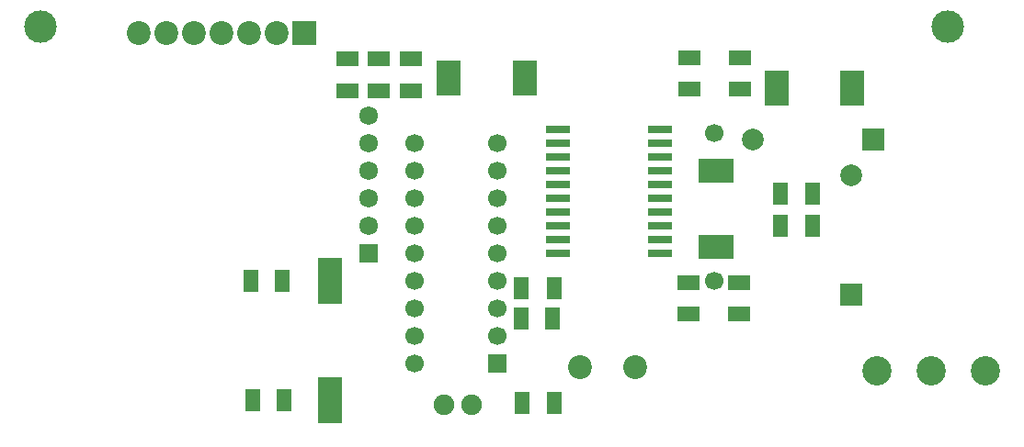
<source format=gbr>
G04 DipTrace 3.0.0.1*
G04 Íèæíÿÿìàñêà.gbr*
%MOMM*%
G04 #@! TF.FileFunction,Soldermask,Bot*
G04 #@! TF.Part,Single*
%ADD32C,1.7*%
%ADD34R,2.0X2.0*%
%ADD35C,2.0*%
%ADD37C,3.0*%
%ADD44C,1.7*%
%ADD46C,2.2*%
%ADD47R,2.2X2.2*%
%ADD48C,2.7*%
%ADD50C,1.9*%
%ADD51R,2.2X0.8*%
%ADD54R,1.7X1.7*%
%ADD56C,1.72*%
%ADD58R,1.72X1.72*%
%ADD60R,2.2X4.2*%
%ADD64R,3.2X2.2*%
%ADD66C,2.2*%
%ADD68R,2.0X1.4*%
%ADD70R,2.2X3.2*%
%ADD72R,1.4X2.0*%
%FSLAX35Y35*%
G04*
G71*
G90*
G75*
G01*
G04 BotMask*
%LPD*%
G36*
X6335010Y2348000D2*
D1*
Y2343008D1*
D1*
Y2348000D1*
G37*
G36*
X6264987Y2237984D2*
X6134988D1*
Y2048000D1*
X6264987D1*
Y2237984D1*
G37*
G36*
X5975001D2*
X5845002D1*
Y2048000D1*
X5975001D1*
Y2237984D1*
G37*
D72*
X6200010Y2143000D3*
X5910010D3*
G36*
X3286883Y2287250D2*
D1*
Y2292242D1*
D1*
Y2287250D1*
G37*
G36*
X3356906Y2397266D2*
X3486905D1*
Y2587250D1*
X3356906D1*
Y2397266D1*
G37*
G36*
X3646892D2*
X3776891D1*
Y2587250D1*
X3646892D1*
Y2397266D1*
G37*
D72*
X3421883Y2492250D3*
X3711883D3*
G36*
X6056010Y4525484D2*
X5836010D1*
Y4205516D1*
X6056010D1*
Y4525484D1*
G37*
G36*
X5356010D2*
X5136010D1*
Y4205516D1*
X5356010D1*
Y4525484D1*
G37*
D70*
X5946010Y4365500D3*
X5246010D3*
G36*
X4693257Y4675120D2*
X4698249D1*
D1*
X4693257D1*
G37*
G36*
X4803273Y4605097D2*
X4993257D1*
Y4475098D1*
X4803273D1*
Y4605097D1*
G37*
G36*
Y4315111D2*
X4993257D1*
Y4185112D1*
X4803273D1*
Y4315111D1*
G37*
D68*
X4898257Y4540120D3*
Y4250120D3*
G36*
X3302760Y1191870D2*
D1*
Y1196862D1*
D1*
Y1191870D1*
G37*
G36*
X3372783Y1301886D2*
X3502782D1*
Y1491870D1*
X3372783D1*
Y1301886D1*
G37*
G36*
X3662769D2*
X3792768D1*
Y1491870D1*
X3662769D1*
Y1301886D1*
G37*
D72*
X3437760Y1396870D3*
X3727760D3*
G36*
X4391633Y4675120D2*
X4396625D1*
D1*
X4391633D1*
G37*
G36*
X4501649Y4605097D2*
X4691633D1*
Y4475098D1*
X4501649D1*
Y4605097D1*
G37*
G36*
Y4315111D2*
X4691633D1*
Y4185112D1*
X4501649D1*
Y4315111D1*
G37*
D68*
X4596633Y4540120D3*
Y4250120D3*
D66*
X6454098Y1698557D3*
X6962098D3*
G36*
X7659200Y2055630D2*
X7654208D1*
D1*
X7659200D1*
G37*
G36*
X7549184Y2125653D2*
X7359200D1*
Y2255652D1*
X7549184D1*
Y2125653D1*
G37*
G36*
Y2415639D2*
X7359200D1*
Y2545638D1*
X7549184D1*
Y2415639D1*
G37*
D68*
X7454200Y2190630D3*
Y2480630D3*
G36*
X8119500Y2055630D2*
X8114508D1*
D1*
X8119500D1*
G37*
G36*
X8009484Y2125653D2*
X7819500D1*
Y2255652D1*
X8009484D1*
Y2125653D1*
G37*
G36*
Y2415639D2*
X7819500D1*
Y2545638D1*
X8009484D1*
Y2415639D1*
G37*
D68*
X7914500Y2190630D3*
Y2480630D3*
G36*
X4105883Y4675120D2*
X4110875D1*
D1*
X4105883D1*
G37*
G36*
X4215899Y4605097D2*
X4405883D1*
Y4475098D1*
X4215899D1*
Y4605097D1*
G37*
G36*
Y4315111D2*
X4405883D1*
Y4185112D1*
X4215899D1*
Y4315111D1*
G37*
D68*
X4310883Y4540120D3*
Y4250120D3*
G36*
X7259200Y4690770D2*
X7264192D1*
D1*
X7259200D1*
G37*
G36*
X7369216Y4620747D2*
X7559200D1*
Y4490748D1*
X7369216D1*
Y4620747D1*
G37*
G36*
Y4330761D2*
X7559200D1*
Y4200762D1*
X7369216D1*
Y4330761D1*
G37*
D68*
X7464200Y4555770D3*
Y4265770D3*
G36*
X7719500Y4690770D2*
X7724492D1*
D1*
X7719500D1*
G37*
G36*
X7829516Y4620747D2*
X8019500D1*
Y4490748D1*
X7829516D1*
Y4620747D1*
G37*
G36*
Y4330761D2*
X8019500D1*
Y4200762D1*
X7829516D1*
Y4330761D1*
G37*
D68*
X7924500Y4555770D3*
Y4265770D3*
G36*
X7548149Y3618250D2*
X7868117D1*
Y3398250D1*
X7548149D1*
Y3618250D1*
G37*
G36*
Y2918250D2*
X7868117D1*
Y2698250D1*
X7548149D1*
Y2918250D1*
G37*
D64*
X7708133Y3508250D3*
Y2808250D3*
G36*
X9072160Y4430021D2*
X8852160D1*
Y4110053D1*
X9072160D1*
Y4430021D1*
G37*
G36*
X8372160D2*
X8152160D1*
Y4110053D1*
X8372160D1*
Y4430021D1*
G37*
D70*
X8962160Y4270037D3*
X8262160D3*
D34*
X9152760Y3793997D3*
D35*
X8047760D3*
D34*
X8946383Y2365250D3*
D35*
Y3470250D3*
D60*
X4152133Y2492250D3*
Y1392250D3*
G36*
X6281051Y1460207D2*
X6151096D1*
Y1270227D1*
X6281051D1*
Y1460207D1*
G37*
G36*
X5981050D2*
X5851095D1*
Y1270227D1*
X5981050D1*
Y1460207D1*
G37*
D72*
X6216073Y1365217D3*
X5916073D3*
G36*
X5849282Y2333760D2*
X5979237D1*
Y2523740D1*
X5849282D1*
Y2333760D1*
G37*
G36*
X6149283D2*
X6279238D1*
Y2523740D1*
X6149283D1*
Y2333760D1*
G37*
D72*
X5914260Y2428750D3*
X6214260D3*
G36*
X8662111Y3095237D2*
X8532156D1*
Y2905257D1*
X8662111D1*
Y3095237D1*
G37*
G36*
X8362110D2*
X8232155D1*
Y2905257D1*
X8362110D1*
Y3095237D1*
G37*
D72*
X8597133Y3000247D3*
X8297133D3*
G36*
X8662111Y3396867D2*
X8532156D1*
Y3206887D1*
X8662111D1*
Y3396867D1*
G37*
G36*
X8362110D2*
X8232155D1*
Y3206887D1*
X8362110D1*
Y3396867D1*
G37*
D72*
X8597133Y3301877D3*
X8297133D3*
D58*
X4501383Y2746243D3*
D56*
Y3000243D3*
Y3254243D3*
Y3508243D3*
Y3762243D3*
Y4016243D3*
D54*
X5692010Y1730250D3*
D32*
Y1984250D3*
Y2238250D3*
Y2492250D3*
Y2746250D3*
Y3000250D3*
Y3254250D3*
Y3508250D3*
Y3762250D3*
X4930010D3*
Y3508250D3*
Y3254250D3*
Y3000250D3*
Y2746250D3*
Y2492250D3*
Y2238250D3*
Y1984250D3*
Y1730250D3*
D51*
X6247637Y2746250D3*
Y2873250D3*
Y3000250D3*
Y3127250D3*
Y3254250D3*
Y3381250D3*
Y3508250D3*
Y3635250D3*
Y3762250D3*
Y3889250D3*
X7187637D3*
Y3762250D3*
Y3635250D3*
Y3508250D3*
Y3381250D3*
Y3254250D3*
Y3127250D3*
Y3000250D3*
Y2873250D3*
Y2746250D3*
D50*
X5453972Y1349343D3*
X5199972D3*
D48*
X10184633Y1666750D3*
X9684670Y1666763D3*
X9184670D3*
D47*
X3914010Y4778250D3*
D46*
X3660010D3*
X3406010D3*
X3152010D3*
X2898010D3*
X2644010D3*
X2390010D3*
D37*
X1485083Y4841750D3*
X9835383D3*
D44*
X7692293Y3857330D3*
X7692300Y2492223D3*
M02*

</source>
